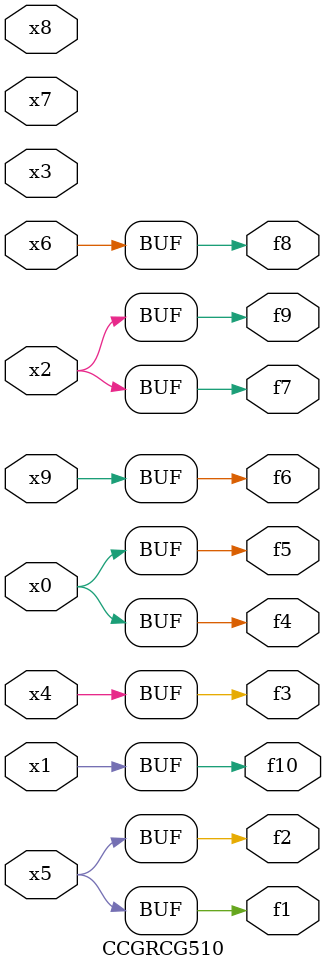
<source format=v>
module CCGRCG510(
	input x0, x1, x2, x3, x4, x5, x6, x7, x8, x9,
	output f1, f2, f3, f4, f5, f6, f7, f8, f9, f10
);
	assign f1 = x5;
	assign f2 = x5;
	assign f3 = x4;
	assign f4 = x0;
	assign f5 = x0;
	assign f6 = x9;
	assign f7 = x2;
	assign f8 = x6;
	assign f9 = x2;
	assign f10 = x1;
endmodule

</source>
